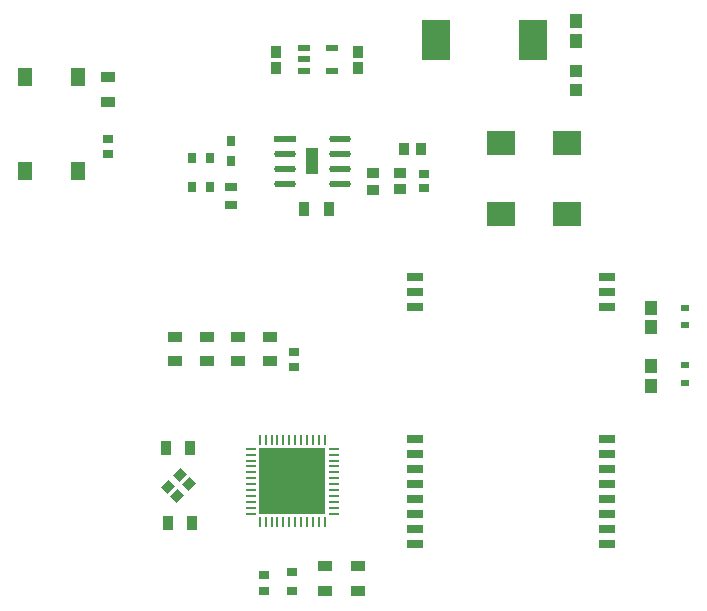
<source format=gtp>
%FSTAX23Y23*%
%MOIN*%
%SFA1B1*%

%IPPOS*%
%AMD22*
4,1,4,-0.001400,-0.023600,0.023600,0.001400,0.001400,0.023600,-0.023600,-0.001400,-0.001400,-0.023600,0.0*
%
%AMD29*
4,1,8,0.026200,0.010700,-0.026200,0.010700,-0.036900,0.000000,-0.036900,0.000000,-0.026200,-0.010700,0.026200,-0.010700,0.036900,0.000000,0.036900,0.000000,0.026200,0.010700,0.0*
1,1,0.021346,0.026200,0.000000*
1,1,0.021346,-0.026200,0.000000*
1,1,0.021346,-0.026200,0.000000*
1,1,0.021346,0.026200,0.000000*
%
%ADD15R,0.044716X0.087039*%
%ADD16R,0.051181X0.061024*%
%ADD17R,0.043551X0.049405*%
%ADD18R,0.039370X0.023622*%
%ADD19O,0.039370X0.009843*%
%ADD20O,0.009843X0.039370*%
%ADD21R,0.220472X0.220472*%
G04~CAMADD=22~9~0.0~0.0~354.3~315.0~0.0~0.0~0~0.0~0.0~0.0~0.0~0~0.0~0.0~0.0~0.0~0~0.0~0.0~0.0~225.0~472.0~471.0*
%ADD22D22*%
%ADD23R,0.033465X0.029527*%
%ADD24R,0.047488X0.037646*%
%ADD25R,0.037646X0.047488*%
%ADD26R,0.035433X0.029527*%
%ADD27R,0.055118X0.031496*%
%ADD28R,0.073783X0.021342*%
G04~CAMADD=29~8~0.0~0.0~737.8~213.4~106.7~0.0~15~0.0~0.0~0.0~0.0~0~0.0~0.0~0.0~0.0~0~0.0~0.0~0.0~0.0~737.8~213.4*
%ADD29D29*%
%ADD30R,0.041815X0.044685*%
%ADD31R,0.039370X0.029527*%
%ADD32R,0.035433X0.041339*%
%ADD33R,0.031496X0.035433*%
%ADD34R,0.094488X0.133858*%
%ADD35R,0.031496X0.023622*%
%ADD36R,0.035909X0.041646*%
%ADD37R,0.039370X0.035433*%
%ADD38R,0.041339X0.037401*%
%ADD39R,0.091732X0.078346*%
%ADD40R,0.029527X0.035433*%
%LNswimmingpool-1*%
%LPD*%
G54D15*
X0395Y02505D03*
G54D16*
X02992Y02473D03*
Y02786D03*
X03169Y02473D03*
Y02786D03*
G54D17*
X0508Y01952D03*
Y02017D03*
Y01757D03*
Y01822D03*
X0483Y02972D03*
Y02907D03*
G54D18*
X04018Y02882D03*
Y02807D03*
X03923D03*
Y02845D03*
Y02882D03*
G54D19*
X03747Y01548D03*
Y01528D03*
Y01508D03*
Y01489D03*
Y01469D03*
Y01449D03*
Y0143D03*
Y0141D03*
Y0139D03*
Y01371D03*
Y01351D03*
Y01331D03*
X04022D03*
Y01351D03*
Y01371D03*
Y0139D03*
Y0141D03*
Y0143D03*
Y01449D03*
Y01469D03*
Y01489D03*
Y01508D03*
Y01528D03*
Y01548D03*
G54D20*
X03776Y01302D03*
X03796D03*
X03816D03*
X03835D03*
X03855D03*
X03875D03*
X03894D03*
X03914D03*
X03934D03*
X03953D03*
X03973D03*
X03993D03*
Y01577D03*
X03973D03*
X03953D03*
X03934D03*
X03914D03*
X03894D03*
X03875D03*
X03855D03*
X03835D03*
X03816D03*
X03796D03*
X03776D03*
G54D21*
X03885Y0144D03*
G54D22*
X03509Y01459D03*
X0347Y0142D03*
X035Y0139D03*
X03539Y01429D03*
G54D23*
X0379Y01125D03*
Y01074D03*
X0389Y01819D03*
Y0187D03*
X0327Y02529D03*
Y0258D03*
G54D24*
X0327Y02704D03*
Y02785D03*
X0381Y01841D03*
Y01921D03*
X03705Y01841D03*
Y01921D03*
X036Y01841D03*
Y01921D03*
X03495Y01841D03*
Y01921D03*
X04105Y01155D03*
Y01074D03*
X03995Y01155D03*
Y01074D03*
G54D25*
X03469Y013D03*
X0355D03*
X03545Y0155D03*
X03464D03*
X04006Y02345D03*
X03925D03*
G54D26*
X03885Y01135D03*
Y01074D03*
X04325Y02463D03*
Y02416D03*
G54D27*
X04935Y02021D03*
Y02121D03*
Y02071D03*
Y0158D03*
Y0143D03*
Y0153D03*
Y0148D03*
Y0128D03*
Y0138D03*
Y0133D03*
Y0123D03*
X04295Y02021D03*
Y02121D03*
Y02071D03*
Y0158D03*
Y0143D03*
Y0153D03*
Y0148D03*
Y0128D03*
Y0138D03*
Y0133D03*
Y0123D03*
G54D28*
X03859Y0258D03*
G54D29*
X03859Y0253D03*
Y0248D03*
Y0243D03*
X04042D03*
Y0248D03*
Y0253D03*
Y0258D03*
G54D30*
X0483Y02742D03*
Y02807D03*
G54D31*
X0368Y0236D03*
Y02419D03*
G54D32*
X04256Y02545D03*
X04313D03*
G54D33*
X0368Y02506D03*
Y02573D03*
G54D34*
X04686Y0291D03*
X04363D03*
G54D35*
X05195Y01767D03*
Y01825D03*
Y01961D03*
Y02018D03*
G54D36*
X04105Y02818D03*
Y02871D03*
X0383Y02816D03*
Y0287D03*
G54D37*
X04245Y02413D03*
Y02466D03*
G54D38*
X04155Y02468D03*
Y02411D03*
G54D39*
X048Y02331D03*
Y02568D03*
X0458Y02331D03*
Y02568D03*
G54D40*
X0355Y0242D03*
X03611D03*
X0355Y02515D03*
X03611D03*
M02*
</source>
